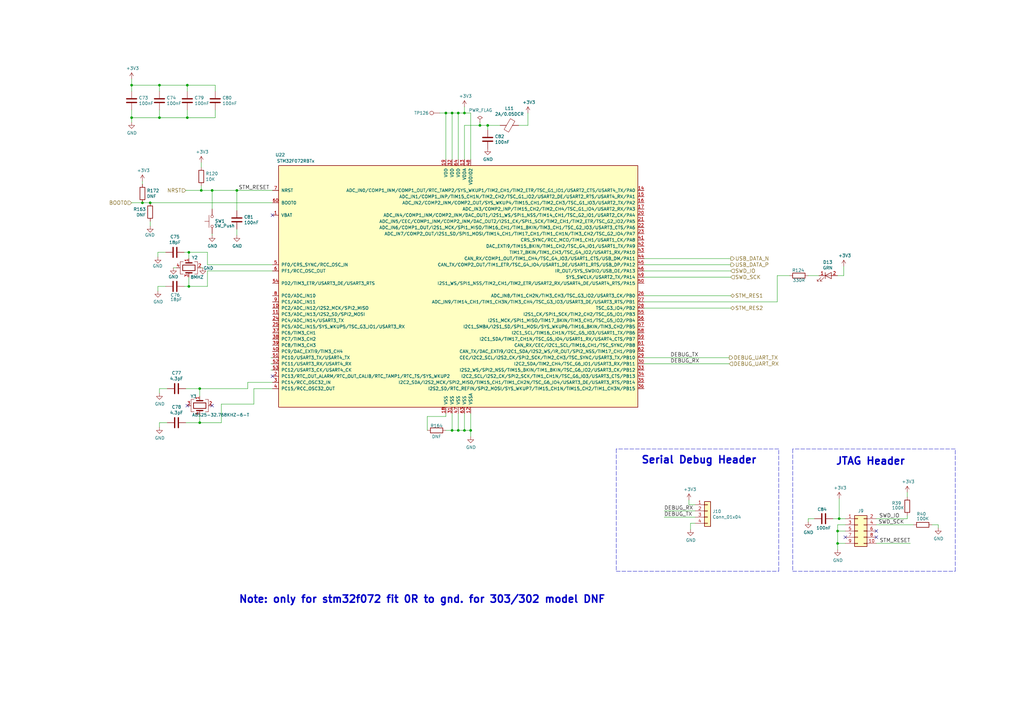
<source format=kicad_sch>
(kicad_sch (version 20211123) (generator eeschema)
  (paper "A3")
  (title_block (title "HILTOP Board Template Design") (date "2022-11-03") (company "Devtank Ltd"))
  (lib_symbols
    (symbol "Sensi_Board-rescue:C-device" (pin_numbers hide) (pin_names (offset 0.254))
      (property "Reference" "C" (at 0.635 2.54 0))
      (property "Value" "C-device" (at 0.635 -2.54 0))
      (symbol "C-device_0_1"
        (polyline (pts (xy -2.032 -0.762) (xy 2.032 -0.762)) (stroke (width 0.508)))
        (polyline (pts (xy -2.032 0.762) (xy 2.032 0.762)) (stroke (width 0.508)))
      )
      (symbol "C-device_1_1"
        (pin passive line (at 0 3.81 270) (length 2.794) (name "~") (number "1"))
        (pin passive line (at 0 -3.81 90) (length 2.794) (name "~") (number "2"))
      )
    )
    (symbol "Sensi_Board-rescue:Conn_01x04-Connector" (pin_names (offset 1.016) hide)
      (property "Reference" "J" (at 0 5.08 0))
      (property "Value" "Conn_01x04-Connector" (at 0 -7.62 0))
      (symbol "Conn_01x04-Connector_1_1"
        (rectangle (start -1.27 -4.953) (end 0 -5.207) (stroke (width 0.1524)))
        (rectangle (start -1.27 -2.413) (end 0 -2.667) (stroke (width 0.1524)))
        (rectangle (start -1.27 0.127) (end 0 -0.127) (stroke (width 0.1524)))
        (rectangle (start -1.27 2.667) (end 0 2.413) (stroke (width 0.1524)))
        (rectangle (start -1.27 3.81) (end 1.27 -6.35) (stroke (width 0.254)) (fill (type background)))
        (pin passive line (at -5.08 2.54 0) (length 3.81) (name "Pin_1") (number "1"))
        (pin passive line (at -5.08 0 0) (length 3.81) (name "Pin_2") (number "2"))
        (pin passive line (at -5.08 -2.54 0) (length 3.81) (name "Pin_3") (number "3"))
        (pin passive line (at -5.08 -5.08 0) (length 3.81) (name "Pin_4") (number "4"))
      )
    )
    (symbol "Sensi_Board-rescue:Conn_02x05_Odd_Even-Connector" (pin_names (offset 1.016) hide)
      (property "Reference" "J" (at 1.27 7.62 0))
      (property "Value" "Conn_02x05_Odd_Even-Connector" (at 1.27 -7.62 0))
      (symbol "Conn_02x05_Odd_Even-Connector_1_1"
        (rectangle (start -1.27 -4.953) (end 0 -5.207) (stroke (width 0.1524)))
        (rectangle (start -1.27 -2.413) (end 0 -2.667) (stroke (width 0.1524)))
        (rectangle (start -1.27 0.127) (end 0 -0.127) (stroke (width 0.1524)))
        (rectangle (start -1.27 2.667) (end 0 2.413) (stroke (width 0.1524)))
        (rectangle (start -1.27 5.207) (end 0 4.953) (stroke (width 0.1524)))
        (rectangle (start -1.27 6.35) (end 3.81 -6.35) (stroke (width 0.254)) (fill (type background)))
        (rectangle (start 3.81 -4.953) (end 2.54 -5.207) (stroke (width 0.1524)))
        (rectangle (start 3.81 -2.413) (end 2.54 -2.667) (stroke (width 0.1524)))
        (rectangle (start 3.81 0.127) (end 2.54 -0.127) (stroke (width 0.1524)))
        (rectangle (start 3.81 2.667) (end 2.54 2.413) (stroke (width 0.1524)))
        (rectangle (start 3.81 5.207) (end 2.54 4.953) (stroke (width 0.1524)))
        (pin passive line (at -5.08 5.08 0) (length 3.81) (name "Pin_1") (number "1"))
        (pin passive line (at 7.62 -5.08 180) (length 3.81) (name "Pin_10") (number "10"))
        (pin passive line (at 7.62 5.08 180) (length 3.81) (name "Pin_2") (number "2"))
        (pin passive line (at -5.08 2.54 0) (length 3.81) (name "Pin_3") (number "3"))
        (pin passive line (at 7.62 2.54 180) (length 3.81) (name "Pin_4") (number "4"))
        (pin passive line (at -5.08 0 0) (length 3.81) (name "Pin_5") (number "5"))
        (pin passive line (at 7.62 0 180) (length 3.81) (name "Pin_6") (number "6"))
        (pin passive line (at -5.08 -2.54 0) (length 3.81) (name "Pin_7") (number "7"))
        (pin passive line (at 7.62 -2.54 180) (length 3.81) (name "Pin_8") (number "8"))
        (pin passive line (at -5.08 -5.08 0) (length 3.81) (name "Pin_9") (number "9"))
      )
    )
    (symbol "Sensi_Board-rescue:Crystal_GND23-device" (pin_names (offset 1.016) hide)
      (property "Reference" "Y" (at 3.175 5.08 0))
      (property "Value" "Crystal_GND23-device" (at 3.175 3.175 0))
      (symbol "Crystal_GND23-device_0_1"
        (rectangle (start -1.143 2.54) (end 1.143 -2.54) (stroke (width 0.3048)))
        (polyline (pts (xy -2.54 0) (xy -2.032 0)))
        (polyline (pts (xy -2.032 -1.27) (xy -2.032 1.27)) (stroke (width 0.508)))
        (polyline (pts (xy 0 -3.81) (xy 0 -3.556)))
        (polyline (pts (xy 0 3.556) (xy 0 3.81)))
        (polyline (pts (xy 2.032 -1.27) (xy 2.032 1.27)) (stroke (width 0.508)))
        (polyline (pts (xy 2.032 0) (xy 2.54 0)))
        (polyline (pts (xy -2.54 -2.286) (xy -2.54 -3.556) (xy 2.54 -3.556) (xy 2.54 -2.286)))
        (polyline (pts (xy -2.54 2.286) (xy -2.54 3.556) (xy 2.54 3.556) (xy 2.54 2.286)))
      )
      (symbol "Crystal_GND23-device_1_1"
        (pin passive line (at -3.81 0 0) (length 1.27) (name "1") (number "1"))
        (pin passive line (at 0 5.08 270) (length 1.27) (name "2") (number "2"))
        (pin passive line (at 0 -5.08 90) (length 1.27) (name "3") (number "3"))
        (pin passive line (at 3.81 0 180) (length 1.27) (name "4") (number "4"))
      )
    )
    (symbol "Sensi_Board-rescue:Crystal_GND24-device" (pin_names (offset 1.016) hide)
      (property "Reference" "Y" (at 3.175 5.08 0))
      (property "Value" "Crystal_GND24-device" (at 3.175 3.175 0))
      (symbol "Crystal_GND24-device_0_1"
        (rectangle (start -1.143 2.54) (end 1.143 -2.54) (stroke (width 0.3048)))
        (polyline (pts (xy -2.54 0) (xy -2.032 0)))
        (polyline (pts (xy -2.032 -1.27) (xy -2.032 1.27)) (stroke (width 0.508)))
        (polyline (pts (xy 0 -3.81) (xy 0 -3.556)))
        (polyline (pts (xy 0 3.556) (xy 0 3.81)))
        (polyline (pts (xy 2.032 -1.27) (xy 2.032 1.27)) (stroke (width 0.508)))
        (polyline (pts (xy 2.032 0) (xy 2.54 0)))
        (polyline (pts (xy -2.54 -2.286) (xy -2.54 -3.556) (xy 2.54 -3.556) (xy 2.54 -2.286)))
        (polyline (pts (xy -2.54 2.286) (xy -2.54 3.556) (xy 2.54 3.556) (xy 2.54 2.286)))
      )
      (symbol "Crystal_GND24-device_1_1"
        (pin passive line (at -3.81 0 0) (length 1.27) (name "1") (number "1"))
        (pin passive line (at 0 5.08 270) (length 1.27) (name "2") (number "2"))
        (pin passive line (at 3.81 0 180) (length 1.27) (name "3") (number "3"))
        (pin passive line (at 0 -5.08 90) (length 1.27) (name "4") (number "4"))
      )
    )
    (symbol "Sensi_Board-rescue:Ferrite_Bead-device" (pin_numbers hide) (pin_names (offset 0))
      (property "Reference" "L" (at -3.81 0.635 90))
      (property "Value" "Ferrite_Bead-device" (at 3.81 0 90))
      (symbol "Ferrite_Bead-device_0_1"
        (polyline (pts (xy 0 -1.27) (xy 0 -1.2192)))
        (polyline (pts (xy 0 1.27) (xy 0 1.2954)))
        (polyline (pts (xy -2.7686 0.4064) (xy -1.7018 2.2606) (xy 2.7686 -0.3048) (xy 1.6764 -2.159) (xy -2.7686 0.4064)))
      )
      (symbol "Ferrite_Bead-device_1_1"
        (pin passive line (at 0 3.81 270) (length 2.54) (name "~") (number "1"))
        (pin passive line (at 0 -3.81 90) (length 2.54) (name "~") (number "2"))
      )
    )
    (symbol "Sensi_Board-rescue:LED-device" (pin_names (offset 1.016) hide)
      (property "Reference" "D" (at 0 2.54 0))
      (property "Value" "LED-device" (at 0 -2.54 0))
      (symbol "LED-device_0_1"
        (polyline (pts (xy -1.27 -1.27) (xy -1.27 1.27)) (stroke (width 0.2032)))
        (polyline (pts (xy -1.27 0) (xy 1.27 0)))
        (polyline (pts (xy 1.27 -1.27) (xy 1.27 1.27) (xy -1.27 0) (xy 1.27 -1.27)) (stroke (width 0.2032)))
        (polyline (pts (xy -3.048 -0.762) (xy -4.572 -2.286) (xy -3.81 -2.286) (xy -4.572 -2.286) (xy -4.572 -1.524)))
        (polyline (pts (xy -1.778 -0.762) (xy -3.302 -2.286) (xy -2.54 -2.286) (xy -3.302 -2.286) (xy -3.302 -1.524)))
      )
      (symbol "LED-device_1_1"
        (pin passive line (at -3.81 0 0) (length 2.54) (name "K") (number "1"))
        (pin passive line (at 3.81 0 180) (length 2.54) (name "A") (number "2"))
      )
    )
    (symbol "Sensi_Board-rescue:R-device" (pin_numbers hide) (pin_names (offset 0))
      (property "Reference" "R" (at 2.032 0 90))
      (property "Value" "R-device" (at 0 0 90))
      (symbol "R-device_0_1"
        (rectangle (start -1.016 -2.54) (end 1.016 2.54) (stroke (width 0.254)))
      )
      (symbol "R-device_1_1"
        (pin passive line (at 0 3.81 270) (length 1.27) (name "~") (number "1"))
        (pin passive line (at 0 -3.81 90) (length 1.27) (name "~") (number "2"))
      )
    )
    (symbol "Sensi_Board-rescue:STM32F072RBTx-MCU_ST_STM32" (pin_names (offset 1.016))
      (property "Reference" "U" (at -73.66 51.435 0))
      (property "Value" "STM32F072RBTx-MCU_ST_STM32" (at 73.66 51.435 0))
      (symbol "STM32F072RBTx-MCU_ST_STM32_0_1"
        (rectangle (start -73.66 -48.26) (end 73.66 50.8) (stroke (width 0.254)) (fill (type background)))
      )
      (symbol "STM32F072RBTx-MCU_ST_STM32_1_1"
        (pin power_in line (at -76.2 30.48 0) (length 2.54) (name "VBAT") (number "1"))
        (pin bidirectional line (at -76.2 -7.62 0) (length 2.54) (name "PC2/ADC_IN12/I2S2_MCK/SPI2_MISO") (number "10"))
        (pin bidirectional line (at -76.2 -10.16 0) (length 2.54) (name "PC3/ADC_IN13/I2S2_SD/SPI2_MOSI") (number "11"))
        (pin power_in line (at 5.08 -50.8 90) (length 2.54) (name "VSSA") (number "12"))
        (pin power_in line (at 2.54 53.34 270) (length 2.54) (name "VDDA") (number "13"))
        (pin bidirectional line (at 76.2 40.64 180) (length 2.54) (name "ADC_IN0/COMP1_INM/COMP1_OUT/RTC_TAMP2/SYS_WKUP1/TIM2_CH1/TIM2_ETR/TSC_G1_IO1/USART2_CTS/USART4_TX/PA0") (number "14"))
        (pin bidirectional line (at 76.2 38.1 180) (length 2.54) (name "ADC_IN1/COMP1_INP/TIM15_CH1N/TIM2_CH2/TSC_G1_IO2/USART2_DE/USART2_RTS/USART4_RX/PA1") (number "15"))
        (pin bidirectional line (at 76.2 35.56 180) (length 2.54) (name "ADC_IN2/COMP2_INM/COMP2_OUT/SYS_WKUP4/TIM15_CH1/TIM2_CH3/TSC_G1_IO3/USART2_TX/PA2") (number "16"))
        (pin bidirectional line (at 76.2 33.02 180) (length 2.54) (name "ADC_IN3/COMP2_INP/TIM15_CH2/TIM2_CH4/TSC_G1_IO4/USART2_RX/PA3") (number "17"))
        (pin power_in line (at -5.08 -50.8 90) (length 2.54) (name "VSS") (number "18"))
        (pin power_in line (at -5.08 53.34 270) (length 2.54) (name "VDD") (number "19"))
        (pin bidirectional line (at -76.2 -35.56 0) (length 2.54) (name "PC13/RTC_OUT_ALARM/RTC_OUT_CALIB/RTC_TAMP1/RTC_TS/SYS_WKUP2") (number "2"))
        (pin bidirectional line (at 76.2 30.48 180) (length 2.54) (name "ADC_IN4/COMP1_INM/COMP2_INM/DAC_OUT1/I2S1_WS/SPI1_NSS/TIM14_CH1/TSC_G2_IO1/USART2_CK/PA4") (number "20"))
        (pin bidirectional line (at 76.2 27.94 180) (length 2.54) (name "ADC_IN5/CEC/COMP1_INM/COMP2_INM/DAC_OUT2/I2S1_CK/SPI1_SCK/TIM2_CH1/TIM2_ETR/TSC_G2_IO2/PA5") (number "21"))
        (pin bidirectional line (at 76.2 25.4 180) (length 2.54) (name "ADC_IN6/COMP1_OUT/I2S1_MCK/SPI1_MISO/TIM16_CH1/TIM1_BKIN/TIM3_CH1/TSC_G2_IO3/USART3_CTS/PA6") (number "22"))
        (pin bidirectional line (at 76.2 22.86 180) (length 2.54) (name "ADC_IN7/COMP2_OUT/I2S1_SD/SPI1_MOSI/TIM14_CH1/TIM17_CH1/TIM1_CH1N/TIM3_CH2/TSC_G2_IO4/PA7") (number "23"))
        (pin bidirectional line (at -76.2 -12.7 0) (length 2.54) (name "PC4/ADC_IN14/USART3_TX") (number "24"))
        (pin bidirectional line (at -76.2 -15.24 0) (length 2.54) (name "PC5/ADC_IN15/SYS_WKUP5/TSC_G3_IO1/USART3_RX") (number "25"))
        (pin bidirectional line (at 76.2 -2.54 180) (length 2.54) (name "ADC_IN8/TIM1_CH2N/TIM3_CH3/TSC_G3_IO2/USART3_CK/PB0") (number "26"))
        (pin bidirectional line (at 76.2 -5.08 180) (length 2.54) (name "ADC_IN9/TIM14_CH1/TIM1_CH3N/TIM3_CH4/TSC_G3_IO3/USART3_DE/USART3_RTS/PB1") (number "27"))
        (pin bidirectional line (at 76.2 -7.62 180) (length 2.54) (name "TSC_G3_IO4/PB2") (number "28"))
        (pin bidirectional line (at 76.2 -27.94 180) (length 2.54) (name "CEC/I2C2_SCL/I2S2_CK/SPI2_SCK/TIM2_CH3/TSC_SYNC/USART3_TX/PB10") (number "29"))
        (pin bidirectional line (at -76.2 -38.1 0) (length 2.54) (name "PC14/RCC_OSC32_IN") (number "3"))
        (pin bidirectional line (at 76.2 -30.48 180) (length 2.54) (name "I2C2_SDA/TIM2_CH4/TSC_G6_IO1/USART3_RX/PB11") (number "30"))
        (pin power_in line (at -2.54 -50.8 90) (length 2.54) (name "VSS") (number "31"))
        (pin power_in line (at -2.54 53.34 270) (length 2.54) (name "VDD") (number "32"))
        (pin bidirectional line (at 76.2 -33.02 180) (length 2.54) (name "I2S2_WS/SPI2_NSS/TIM15_BKIN/TIM1_BKIN/TSC_G6_IO2/USART3_CK/PB12") (number "33"))
        (pin bidirectional line (at 76.2 -35.56 180) (length 2.54) (name "I2C2_SCL/I2S2_CK/SPI2_SCK/TIM1_CH1N/TSC_G6_IO3/USART3_CTS/PB13") (number "34"))
        (pin bidirectional line (at 76.2 -38.1 180) (length 2.54) (name "I2C2_SDA/I2S2_MCK/SPI2_MISO/TIM15_CH1/TIM1_CH2N/TSC_G6_IO4/USART3_DE/USART3_RTS/PB14") (number "35"))
        (pin bidirectional line (at 76.2 -40.64 180) (length 2.54) (name "I2S2_SD/RTC_REFIN/SPI2_MOSI/SYS_WKUP7/TIM15_CH1N/TIM15_CH2/TIM1_CH3N/PB15") (number "36"))
        (pin bidirectional line (at -76.2 -17.78 0) (length 2.54) (name "PC6/TIM3_CH1") (number "37"))
        (pin bidirectional line (at -76.2 -20.32 0) (length 2.54) (name "PC7/TIM3_CH2") (number "38"))
        (pin bidirectional line (at -76.2 -22.86 0) (length 2.54) (name "PC8/TIM3_CH3") (number "39"))
        (pin bidirectional line (at -76.2 -40.64 0) (length 2.54) (name "PC15/RCC_OSC32_OUT") (number "4"))
        (pin bidirectional line (at -76.2 -25.4 0) (length 2.54) (name "PC9/DAC_EXTI9/TIM3_CH4") (number "40"))
        (pin bidirectional line (at 76.2 20.32 180) (length 2.54) (name "CRS_SYNC/RCC_MCO/TIM1_CH1/USART1_CK/PA8") (number "41"))
        (pin bidirectional line (at 76.2 17.78 180) (length 2.54) (name "DAC_EXTI9/TIM15_BKIN/TIM1_CH2/TSC_G4_IO1/USART1_TX/PA9") (number "42"))
        (pin bidirectional line (at 76.2 15.24 180) (length 2.54) (name "TIM17_BKIN/TIM1_CH3/TSC_G4_IO2/USART1_RX/PA10") (number "43"))
        (pin bidirectional line (at 76.2 12.7 180) (length 2.54) (name "CAN_RX/COMP1_OUT/TIM1_CH4/TSC_G4_IO3/USART1_CTS/USB_DM/PA11") (number "44"))
        (pin bidirectional line (at 76.2 10.16 180) (length 2.54) (name "CAN_TX/COMP2_OUT/TIM1_ETR/TSC_G4_IO4/USART1_DE/USART1_RTS/USB_DP/PA12") (number "45"))
        (pin bidirectional line (at 76.2 7.62 180) (length 2.54) (name "IR_OUT/SYS_SWDIO/USB_OE/PA13") (number "46"))
        (pin power_in line (at 0 -50.8 90) (length 2.54) (name "VSS") (number "47"))
        (pin power_in line (at 5.08 53.34 270) (length 2.54) (name "VDDIO2") (number "48"))
        (pin bidirectional line (at 76.2 5.08 180) (length 2.54) (name "SYS_SWCLK/USART2_TX/PA14") (number "49"))
        (pin input line (at -76.2 10.16 0) (length 2.54) (name "PF0/CRS_SYNC/RCC_OSC_IN") (number "5"))
        (pin bidirectional line (at 76.2 2.54 180) (length 2.54) (name "I2S1_WS/SPI1_NSS/TIM2_CH1/TIM2_ETR/USART2_RX/USART4_DE/USART4_RTS/PA15") (number "50"))
        (pin bidirectional line (at -76.2 -27.94 0) (length 2.54) (name "PC10/USART3_TX/USART4_TX") (number "51"))
        (pin bidirectional line (at -76.2 -30.48 0) (length 2.54) (name "PC11/USART3_RX/USART4_RX") (number "52"))
        (pin bidirectional line (at -76.2 -33.02 0) (length 2.54) (name "PC12/USART3_CK/USART4_CK") (number "53"))
        (pin bidirectional line (at -76.2 2.54 0) (length 2.54) (name "PD2/TIM3_ETR/USART3_DE/USART3_RTS") (number "54"))
        (pin bidirectional line (at 76.2 -10.16 180) (length 2.54) (name "I2S1_CK/SPI1_SCK/TIM2_CH2/TSC_G5_IO1/PB3") (number "55"))
        (pin bidirectional line (at 76.2 -12.7 180) (length 2.54) (name "I2S1_MCK/SPI1_MISO/TIM17_BKIN/TIM3_CH1/TSC_G5_IO2/PB4") (number "56"))
        (pin bidirectional line (at 76.2 -15.24 180) (length 2.54) (name "I2C1_SMBA/I2S1_SD/SPI1_MOSI/SYS_WKUP6/TIM16_BKIN/TIM3_CH2/PB5") (number "57"))
        (pin bidirectional line (at 76.2 -17.78 180) (length 2.54) (name "I2C1_SCL/TIM16_CH1N/TSC_G5_IO3/USART1_TX/PB6") (number "58"))
        (pin bidirectional line (at 76.2 -20.32 180) (length 2.54) (name "I2C1_SDA/TIM17_CH1N/TSC_G5_IO4/USART1_RX/USART4_CTS/PB7") (number "59"))
        (pin input line (at -76.2 7.62 0) (length 2.54) (name "PF1/RCC_OSC_OUT") (number "6"))
        (pin input line (at -76.2 35.56 0) (length 2.54) (name "BOOT0") (number "60"))
        (pin bidirectional line (at 76.2 -22.86 180) (length 2.54) (name "CAN_RX/CEC/I2C1_SCL/TIM16_CH1/TSC_SYNC/PB8") (number "61"))
        (pin bidirectional line (at 76.2 -25.4 180) (length 2.54) (name "CAN_TX/DAC_EXTI9/I2C1_SDA/I2S2_WS/IR_OUT/SPI2_NSS/TIM17_CH1/PB9") (number "62"))
        (pin power_in line (at 2.54 -50.8 90) (length 2.54) (name "VSS") (number "63"))
        (pin power_in line (at 0 53.34 270) (length 2.54) (name "VDD") (number "64"))
        (pin input line (at -76.2 40.64 0) (length 2.54) (name "NRST") (number "7"))
        (pin bidirectional line (at -76.2 -2.54 0) (length 2.54) (name "PC0/ADC_IN10") (number "8"))
        (pin bidirectional line (at -76.2 -5.08 0) (length 2.54) (name "PC1/ADC_IN11") (number "9"))
      )
    )
    (symbol "Sensi_Board-rescue:Test_Point-Connector" (pin_numbers hide) (pin_names (offset 0.762) hide)
      (property "Reference" "TP" (at 0 6.858 0))
      (property "Value" "Test_Point-Connector" (at 0 5.08 0))
      (symbol "Test_Point-Connector_0_1"
        (circle (center 0 3.302) (radius 0.762))
      )
      (symbol "Test_Point-Connector_1_1"
        (pin passive line (at 0 0 90) (length 2.54) (name "1") (number "1"))
      )
    )
    (symbol "Switch:SW_Push" (pin_numbers hide) (pin_names (offset 1.016) hide)
      (property "Reference" "SW" (at 1.27 2.54 0))
      (property "Value" "SW_Push" (at 0 -1.524 0))
      (symbol "SW_Push_0_1"
        (circle (center -2.032 0) (radius 0.508))
        (polyline (pts (xy 0 1.27) (xy 0 3.048)))
        (polyline (pts (xy 2.54 1.27) (xy -2.54 1.27)))
        (circle (center 2.032 0) (radius 0.508))
        (pin passive line (at -5.08 0 0) (length 2.54) (name "1") (number "1"))
        (pin passive line (at 5.08 0 180) (length 2.54) (name "2") (number "2"))
      )
    )
    (symbol "power:+3V3" (power) (pin_names (offset 0))
      (property "Value" "+3V3" (at 0 3.556 0))
      (symbol "+3V3_0_1"
        (polyline (pts (xy -0.762 1.27) (xy 0 2.54)))
        (polyline (pts (xy 0 0) (xy 0 2.54)))
        (polyline (pts (xy 0 2.54) (xy 0.762 1.27)))
      )
      (symbol "+3V3_1_1"
        (pin power_in line (at 0 0 90) (length 0) hide (name "+3V3") (number "1"))
      )
    )
    (symbol "power:GND" (power) (pin_names (offset 0))
      (property "Value" "GND" (at 0 -3.81 0))
      (symbol "GND_0_1"
        (polyline (pts (xy 0 0) (xy 0 -1.27) (xy 1.27 -1.27) (xy 0 -2.54) (xy -1.27 -1.27) (xy 0 -1.27)))
      )
      (symbol "GND_1_1"
        (pin power_in line (at 0 0 270) (length 0) hide (name "GND") (number "1"))
      )
    )
    (symbol "power:PWR_FLAG" (power) (pin_numbers hide) (pin_names (offset 0) hide)
      (property "Value" "PWR_FLAG" (at 0 3.81 0))
      (symbol "PWR_FLAG_0_0"
        (pin power_out line (at 0 0 90) (length 0) (name "pwr") (number "1"))
      )
      (symbol "PWR_FLAG_0_1"
        (polyline (pts (xy 0 0) (xy 0 1.27) (xy -1.016 1.905) (xy 0 2.54) (xy 1.016 1.905) (xy 0 1.27)))
      )
    )
  )
  (junction (at 58.42 83.185))
  (junction (at 65.405 34.925))
  (junction (at 97.155 78.105))
  (junction (at 196.85 51.435))
  (junction (at 81.915 159.385))
  (junction (at 77.47 117.475))
  (junction (at 65.405 48.26))
  (junction (at 53.975 34.925))
  (junction (at 76.835 48.26))
  (junction (at 77.47 103.505))
  (junction (at 200.025 51.435))
  (junction (at 81.915 173.355))
  (junction (at 190.5 176.53))
  (junction (at 187.96 46.355))
  (junction (at 82.55 78.105))
  (junction (at 53.975 48.26))
  (junction (at 190.5 46.355))
  (junction (at 185.42 176.53))
  (junction (at 182.88 46.355))
  (junction (at 76.835 34.925))
  (junction (at 343.535 222.885))
  (junction (at 343.535 217.805))
  (junction (at 187.96 176.53))
  (junction (at 61.595 83.185))
  (junction (at 86.995 78.105))
  (junction (at 193.04 176.53))
  (junction (at 344.17 212.725))
  (junction (at 185.42 46.355))
  (no_connect (at 346.71 220.345))
  (no_connect (at 111.76 154.305))
  (no_connect (at 86.995 166.37))
  (no_connect (at 76.835 166.37))
  (no_connect (at 359.41 217.805))
  (no_connect (at 111.76 88.265))
  (no_connect (at 359.41 220.345))
  (wire (pts (xy 81.915 159.385) (xy 101.6 159.385)))
  (wire (pts (xy 97.155 86.36) (xy 97.155 78.105)))
  (wire (pts (xy 193.04 65.405) (xy 193.04 46.355)))
  (polyline (pts (xy 391.795 234.315) (xy 391.795 184.15)))
  (wire (pts (xy 384.81 215.265) (xy 384.81 216.535)))
  (wire (pts (xy 64.77 103.505) (xy 67.945 103.505)))
  (wire (pts (xy 264.16 121.285) (xy 299.72 121.285)))
  (wire (pts (xy 77.47 117.475) (xy 85.09 117.475)))
  (wire (pts (xy 101.6 159.385) (xy 101.6 156.845)))
  (wire (pts (xy 111.76 108.585) (xy 85.09 108.585)))
  (wire (pts (xy 97.155 96.52) (xy 97.155 93.98)))
  (wire (pts (xy 193.04 176.53) (xy 193.04 169.545)))
  (wire (pts (xy 64.77 119.38) (xy 64.77 117.475)))
  (wire (pts (xy 185.42 176.53) (xy 187.96 176.53)))
  (wire (pts (xy 53.975 34.925) (xy 53.975 37.465)))
  (wire (pts (xy 344.17 212.725) (xy 344.17 204.47)))
  (wire (pts (xy 382.27 215.265) (xy 384.81 215.265)))
  (wire (pts (xy 76.2 78.105) (xy 82.55 78.105)))
  (wire (pts (xy 187.96 176.53) (xy 190.5 176.53)))
  (wire (pts (xy 196.85 51.435) (xy 200.025 51.435)))
  (wire (pts (xy 185.42 46.355) (xy 187.96 46.355)))
  (wire (pts (xy 53.975 48.26) (xy 65.405 48.26)))
  (wire (pts (xy 190.5 43.815) (xy 190.5 46.355)))
  (wire (pts (xy 282.575 207.01) (xy 282.575 205.105)))
  (wire (pts (xy 85.09 111.125) (xy 111.76 111.125)))
  (wire (pts (xy 111.125 151.765) (xy 111.76 151.765)))
  (wire (pts (xy 88.265 48.26) (xy 88.265 45.085)))
  (wire (pts (xy 272.415 209.55) (xy 285.115 209.55)))
  (wire (pts (xy 193.04 46.355) (xy 190.5 46.355)))
  (wire (pts (xy 81.915 173.355) (xy 90.805 173.355)))
  (wire (pts (xy 65.405 159.385) (xy 68.58 159.385)))
  (wire (pts (xy 82.55 66.675) (xy 82.55 68.58)))
  (wire (pts (xy 264.16 123.825) (xy 318.77 123.825)))
  (wire (pts (xy 82.55 76.2) (xy 82.55 78.105)))
  (wire (pts (xy 264.16 113.665) (xy 299.72 113.665)))
  (wire (pts (xy 264.16 111.125) (xy 299.72 111.125)))
  (wire (pts (xy 61.595 90.805) (xy 61.595 92.71)))
  (wire (pts (xy 182.88 170.815) (xy 175.26 170.815)))
  (wire (pts (xy 190.5 51.435) (xy 196.85 51.435)))
  (wire (pts (xy 65.405 175.26) (xy 65.405 173.355)))
  (wire (pts (xy 104.14 165.735) (xy 104.14 159.385)))
  (wire (pts (xy 200.025 53.34) (xy 200.025 51.435)))
  (wire (pts (xy 372.11 212.725) (xy 372.11 211.455)))
  (wire (pts (xy 65.405 45.085) (xy 65.405 48.26)))
  (wire (pts (xy 97.155 78.105) (xy 86.995 78.105)))
  (wire (pts (xy 104.14 159.385) (xy 111.76 159.385)))
  (wire (pts (xy 331.47 212.725) (xy 334.01 212.725)))
  (wire (pts (xy 65.405 161.29) (xy 65.405 159.385)))
  (wire (pts (xy 182.88 169.545) (xy 182.88 170.815)))
  (wire (pts (xy 346.71 222.885) (xy 343.535 222.885)))
  (wire (pts (xy 182.88 46.355) (xy 185.42 46.355)))
  (wire (pts (xy 86.995 85.725) (xy 86.995 78.105)))
  (wire (pts (xy 53.975 32.385) (xy 53.975 34.925)))
  (wire (pts (xy 75.565 103.505) (xy 77.47 103.505)))
  (wire (pts (xy 85.09 117.475) (xy 85.09 111.125)))
  (wire (pts (xy 346.075 113.03) (xy 343.535 113.03)))
  (wire (pts (xy 318.77 113.03) (xy 318.77 123.825)))
  (wire (pts (xy 283.21 217.17) (xy 283.21 214.63)))
  (wire (pts (xy 76.835 45.085) (xy 76.835 48.26)))
  (wire (pts (xy 272.415 212.09) (xy 285.115 212.09)))
  (wire (pts (xy 85.09 108.585) (xy 85.09 103.505)))
  (polyline (pts (xy 319.405 234.315) (xy 319.405 184.15)))
  (polyline (pts (xy 391.795 184.15) (xy 325.12 184.15)))
  (wire (pts (xy 344.17 212.725) (xy 346.71 212.725)))
  (wire (pts (xy 65.405 48.26) (xy 76.835 48.26)))
  (wire (pts (xy 318.77 113.03) (xy 323.85 113.03)))
  (wire (pts (xy 111.125 149.225) (xy 111.76 149.225)))
  (wire (pts (xy 61.595 83.185) (xy 111.76 83.185)))
  (wire (pts (xy 58.42 75.565) (xy 58.42 74.295)))
  (wire (pts (xy 64.77 105.41) (xy 64.77 103.505)))
  (wire (pts (xy 346.71 215.265) (xy 343.535 215.265)))
  (wire (pts (xy 88.265 37.465) (xy 88.265 34.925)))
  (wire (pts (xy 264.16 106.045) (xy 299.72 106.045)))
  (polyline (pts (xy 252.73 184.15) (xy 252.73 234.315)))
  (wire (pts (xy 85.09 103.505) (xy 77.47 103.505)))
  (wire (pts (xy 187.96 65.405) (xy 187.96 46.355)))
  (wire (pts (xy 76.835 48.26) (xy 88.265 48.26)))
  (wire (pts (xy 343.535 217.805) (xy 343.535 222.885)))
  (wire (pts (xy 58.42 83.185) (xy 61.595 83.185)))
  (wire (pts (xy 76.835 37.465) (xy 76.835 34.925)))
  (wire (pts (xy 77.47 103.505) (xy 77.47 106.045)))
  (wire (pts (xy 64.77 117.475) (xy 67.945 117.475)))
  (polyline (pts (xy 325.12 234.315) (xy 391.795 234.315)))
  (wire (pts (xy 359.41 215.265) (xy 374.65 215.265)))
  (wire (pts (xy 200.025 51.435) (xy 205.105 51.435)))
  (wire (pts (xy 65.405 173.355) (xy 68.58 173.355)))
  (wire (pts (xy 346.71 217.805) (xy 343.535 217.805)))
  (polyline (pts (xy 252.73 234.315) (xy 319.405 234.315)))
  (wire (pts (xy 285.115 207.01) (xy 282.575 207.01)))
  (polyline (pts (xy 325.12 184.15) (xy 325.12 234.315)))
  (wire (pts (xy 76.2 159.385) (xy 81.915 159.385)))
  (wire (pts (xy 76.2 173.355) (xy 81.915 173.355)))
  (wire (pts (xy 81.915 170.18) (xy 81.915 173.355)))
  (wire (pts (xy 53.975 50.165) (xy 53.975 48.26)))
  (wire (pts (xy 75.565 117.475) (xy 77.47 117.475)))
  (wire (pts (xy 53.975 83.185) (xy 58.42 83.185)))
  (wire (pts (xy 331.47 213.995) (xy 331.47 212.725)))
  (wire (pts (xy 193.04 176.53) (xy 193.04 179.07)))
  (wire (pts (xy 190.5 176.53) (xy 190.5 169.545)))
  (wire (pts (xy 81.915 159.385) (xy 81.915 162.56)))
  (wire (pts (xy 90.805 173.355) (xy 90.805 165.735)))
  (wire (pts (xy 187.96 46.355) (xy 190.5 46.355)))
  (wire (pts (xy 216.535 51.435) (xy 212.725 51.435)))
  (wire (pts (xy 180.34 46.355) (xy 182.88 46.355)))
  (wire (pts (xy 76.835 34.925) (xy 65.405 34.925)))
  (wire (pts (xy 196.85 50.165) (xy 196.85 51.435)))
  (wire (pts (xy 187.96 176.53) (xy 187.96 169.545)))
  (wire (pts (xy 190.5 176.53) (xy 193.04 176.53)))
  (wire (pts (xy 341.63 212.725) (xy 344.17 212.725)))
  (wire (pts (xy 71.12 109.855) (xy 72.39 109.855)))
  (wire (pts (xy 86.995 78.105) (xy 82.55 78.105)))
  (wire (pts (xy 216.535 46.355) (xy 216.535 51.435)))
  (wire (pts (xy 90.805 165.735) (xy 104.14 165.735)))
  (wire (pts (xy 101.6 156.845) (xy 111.76 156.845)))
  (wire (pts (xy 111.125 146.685) (xy 111.76 146.685)))
  (wire (pts (xy 372.11 203.835) (xy 372.11 201.93)))
  (wire (pts (xy 185.42 65.405) (xy 185.42 46.355)))
  (wire (pts (xy 359.41 212.725) (xy 372.11 212.725)))
  (wire (pts (xy 86.995 96.52) (xy 86.995 95.885)))
  (wire (pts (xy 335.915 113.03) (xy 331.47 113.03)))
  (wire (pts (xy 182.88 176.53) (xy 185.42 176.53)))
  (wire (pts (xy 182.88 65.405) (xy 182.88 46.355)))
  (wire (pts (xy 53.975 48.26) (xy 53.975 45.085)))
  (wire (pts (xy 343.535 215.265) (xy 343.535 217.805)))
  (wire (pts (xy 359.41 222.885) (xy 373.38 222.885)))
  (wire (pts (xy 82.55 109.855) (xy 83.185 109.855)))
  (wire (pts (xy 88.265 34.925) (xy 76.835 34.925)))
  (wire (pts (xy 175.26 170.815) (xy 175.26 176.53)))
  (wire (pts (xy 111.76 78.105) (xy 97.155 78.105)))
  (wire (pts (xy 264.16 126.365) (xy 299.72 126.365)))
  (wire (pts (xy 264.16 146.685) (xy 299.085 146.685)))
  (wire (pts (xy 346.075 109.22) (xy 346.075 113.03)))
  (wire (pts (xy 65.405 34.925) (xy 53.975 34.925)))
  (wire (pts (xy 185.42 176.53) (xy 185.42 169.545)))
  (wire (pts (xy 190.5 51.435) (xy 190.5 65.405)))
  (wire (pts (xy 283.21 214.63) (xy 285.115 214.63)))
  (wire (pts (xy 65.405 37.465) (xy 65.405 34.925)))
  (wire (pts (xy 264.16 149.225) (xy 299.085 149.225)))
  (wire (pts (xy 77.47 113.665) (xy 77.47 117.475)))
  (wire (pts (xy 343.535 222.885) (xy 343.535 225.425)))
  (wire (pts (xy 264.16 108.585) (xy 299.72 108.585)))
  (polyline (pts (xy 319.405 184.15) (xy 252.73 184.15)))
  (text "JTAG Header\n" (at 342.646 191.008 0) (effects (font (size 2.9972 2.9972) (thickness 0.5994) bold) (justify left bottom)))
  (text "Note: only for stm32f072 fit 0R to gnd. for 303/302 model DNF\n" (at 97.79 247.65 0) (effects (font (size 2.9972 2.9972) (thickness 0.5994) bold) (justify left bottom)))
  (text "Serial Debug Header\n" (at 262.89 190.5 0) (effects (font (size 2.9972 2.9972) (thickness 0.5994) bold) (justify left bottom)))
  (label "DEBUG_TX" (at 274.955 146.685 0) (effects (font (size 1.524 1.524))))
  (label "STM_RESET" (at 373.38 222.885 180) (effects (font (size 1.524 1.524))))
  (label "DEBUG_RX" (at 272.415 209.55 0) (effects (font (size 1.524 1.524))))
  (label "DEBUG_TX" (at 272.415 212.09 0) (effects (font (size 1.524 1.524))))
  (label "STM_RESET" (at 110.49 78.105 180) (effects (font (size 1.524 1.524))))
  (label "DEBUG_RX" (at 274.955 149.225 0) (effects (font (size 1.524 1.524))))
  (label "SWD_IO" (at 368.935 212.725 180) (effects (font (size 1.524 1.524))))
  (label "SWD_SCK" (at 370.84 215.265 180) (effects (font (size 1.524 1.524))))
  (hierarchical_label "USB_DATA_P" (shape output) (at 299.72 108.585 0) (effects (font (size 1.524 1.524))))
  (hierarchical_label "BOOT0" (shape input) (at 53.975 83.185 180) (effects (font (size 1.524 1.524))))
  (hierarchical_label "SWD_IO" (shape input) (at 299.72 111.125 0) (effects (font (size 1.524 1.524))))
  (hierarchical_label "USB_DATA_N" (shape output) (at 299.72 106.045 0) (effects (font (size 1.524 1.524))))
  (hierarchical_label "STM_RES1" (shape bidirectional) (at 299.72 121.285 0) (effects (font (size 1.524 1.524))))
  (hierarchical_label "DEBUG_UART_TX" (shape output) (at 299.085 146.685 0) (effects (font (size 1.524 1.524))))
  (hierarchical_label "DEBUG_UART_RX" (shape input) (at 299.085 149.225 0) (effects (font (size 1.524 1.524))))
  (hierarchical_label "SWD_SCK" (shape input) (at 299.72 113.665 0) (effects (font (size 1.524 1.524))))
  (hierarchical_label "STM_RES2" (shape bidirectional) (at 299.72 126.365 0) (effects (font (size 1.524 1.524))))
  (hierarchical_label "NRST" (shape input) (at 76.2 78.105 180) (effects (font (size 1.524 1.524))))
  (symbol (lib_id "Sensi_Board-rescue:R-device") (at 327.66 113.03 270) (unit 1)
    (property "Reference" "R124" (at 327.406 110.871 90))
    (property "Value" "330R" (at 327.66 114.935 90))
    (property "Footprint" "Resistor_SMD:R_0603_1608Metric" (effects hide))
    (property "Devtank" "101-024" (effects hide))
  )
  (symbol (lib_id "Sensi_Board-rescue:LED-device") (at 339.725 113.03 0) (unit 1)
    (property "Reference" "D13" (at 339.4964 107.5436 0))
    (property "Value" "GRN" (at 339.4964 109.855 0))
    (property "Footprint" "LED_SMD:LED_0603_1608Metric" (effects hide))
    (property "Devtank" "110-002" (effects hide))
  )
  (symbol (lib_id "power:+3V3") (at 346.075 109.22 0) (unit 1)
    (property "Reference" "#PWR0193" (effects hide))
    (property "Value" "+3V3" (at 346.456 104.8258 0))
  )
  (symbol (lib_id "power:PWR_FLAG") (at 196.85 50.165 0) (unit 1)
    (property "Reference" "#FLG0102" (effects hide))
    (property "Value" "PWR_FLAG" (at 197.104 45.212 0))
  )
  (symbol (lib_id "power:GND") (at 83.185 109.855 0) (unit 1)
    (property "Reference" "#PWR0162" (effects hide))
    (property "Value" "GND" (at 85.471 109.982 0))
  )
  (symbol (lib_id "power:GND") (at 71.12 109.855 0) (unit 1)
    (property "Reference" "#PWR0165" (effects hide))
    (property "Value" "GND" (at 71.12 113.538 0))
  )
  (symbol (lib_id "Sensi_Board-rescue:STM32F072RBTx-MCU_ST_STM32") (at 187.96 118.745 0) (unit 1)
    (property "Reference" "U22" (at 114.935 63.5 0))
    (property "Value" "STM32F072RBTx" (at 121.285 66.04 0))
    (property "Footprint" "Package_QFP:LQFP-64_10x10mm_P0.5mm" (effects hide))
    (property "Datasheet" "http://www.st.com/st-web-ui/static/active/en/resource/technical/document/datasheet/DM00090510.pdf" (effects hide))
    (property "Devtank" "126-001" (effects hide))
  )
  (symbol (lib_id "power:+3V3") (at 190.5 43.815 0) (unit 1)
    (property "Reference" "#PWR0190" (effects hide))
    (property "Value" "+3V3" (at 190.881 39.4208 0))
  )
  (symbol (lib_id "Sensi_Board-rescue:Ferrite_Bead-device") (at 208.915 51.435 270) (unit 1)
    (property "Reference" "L11" (at 208.915 44.4754 90))
    (property "Value" "2A/0.05DCR" (at 208.915 46.7868 90))
    (property "Footprint" "Inductor_SMD:L_0805_2012Metric" (effects hide))
    (property "Devtank" "113-002" (effects hide))
  )
  (symbol (lib_id "power:+3V3") (at 216.535 46.355 0) (unit 1)
    (property "Reference" "#PWR0192" (effects hide))
    (property "Value" "+3V3" (at 216.916 41.9608 0))
  )
  (symbol (lib_id "Sensi_Board-rescue:C-device") (at 200.025 57.15 0) (unit 1)
    (property "Reference" "C82" (at 202.946 55.9816 0) (effects (justify left)))
    (property "Value" "100nF" (at 202.946 58.293 0) (effects (justify left)))
    (property "Footprint" "Capacitor_SMD:C_0603_1608Metric" (effects hide))
    (property "Devtank" "105-002" (effects hide))
  )
  (symbol (lib_id "power:GND") (at 200.025 60.96 0) (unit 1)
    (property "Reference" "#PWR0191" (effects hide))
    (property "Value" "GND" (at 200.152 65.3542 0))
  )
  (symbol (lib_id "Sensi_Board-rescue:C-device") (at 53.975 41.275 0) (unit 1)
    (property "Reference" "C73" (at 56.896 40.1066 0) (effects (justify left)))
    (property "Value" "100nF" (at 56.896 42.418 0) (effects (justify left)))
    (property "Footprint" "Capacitor_SMD:C_0402_1005Metric" (effects hide))
    (property "Devtank" "105-019" (effects hide))
  )
  (symbol (lib_id "Sensi_Board-rescue:C-device") (at 65.405 41.275 0) (unit 1)
    (property "Reference" "C74" (at 68.326 40.1066 0) (effects (justify left)))
    (property "Value" "100nF" (at 68.326 42.418 0) (effects (justify left)))
    (property "Footprint" "Capacitor_SMD:C_0402_1005Metric" (effects hide))
    (property "Devtank" "105-019" (effects hide))
  )
  (symbol (lib_id "Sensi_Board-rescue:C-device") (at 76.835 41.275 0) (unit 1)
    (property "Reference" "C79" (at 79.756 40.1066 0) (effects (justify left)))
    (property "Value" "100nF" (at 79.756 42.418 0) (effects (justify left)))
    (property "Footprint" "Capacitor_SMD:C_0402_1005Metric" (effects hide))
    (property "Devtank" "105-019" (effects hide))
  )
  (symbol (lib_id "Sensi_Board-rescue:C-device") (at 88.265 41.275 0) (unit 1)
    (property "Reference" "C80" (at 91.186 40.1066 0) (effects (justify left)))
    (property "Value" "100nF" (at 91.186 42.418 0) (effects (justify left)))
    (property "Footprint" "Capacitor_SMD:C_0402_1005Metric" (effects hide))
    (property "Devtank" "105-019" (effects hide))
  )
  (symbol (lib_id "power:+3V3") (at 53.975 32.385 0) (unit 1)
    (property "Reference" "#PWR0179" (effects hide))
    (property "Value" "+3V3" (at 54.356 27.9908 0))
  )
  (symbol (lib_id "power:GND") (at 53.975 50.165 0) (unit 1)
    (property "Reference" "#PWR0180" (effects hide))
    (property "Value" "GND" (at 54.102 54.5592 0))
  )
  (symbol (lib_id "Sensi_Board-rescue:R-device") (at 82.55 72.39 0) (unit 1)
    (property "Reference" "R120" (at 84.328 71.2216 0) (effects (justify left)))
    (property "Value" "10K" (at 84.328 73.533 0) (effects (justify left)))
    (property "Footprint" "Resistor_SMD:R_0603_1608Metric" (effects hide))
    (property "Devtank" "101-010" (effects hide))
  )
  (symbol (lib_id "power:+3V3") (at 82.55 66.675 0) (unit 1)
    (property "Reference" "#PWR0186" (effects hide))
    (property "Value" "+3V3" (at 82.931 62.2808 0))
  )
  (symbol (lib_id "Sensi_Board-rescue:C-device") (at 97.155 90.17 0) (unit 1)
    (property "Reference" "C81" (at 100.076 89.0016 0) (effects (justify left)))
    (property "Value" "100nF" (at 100.076 91.313 0) (effects (justify left)))
    (property "Footprint" "Capacitor_SMD:C_0603_1608Metric" (effects hide))
    (property "Devtank" "105-002" (effects hide))
  )
  (symbol (lib_id "power:GND") (at 97.155 96.52 0) (unit 1)
    (property "Reference" "#PWR0188" (effects hide))
    (property "Value" "GND" (at 97.282 100.9142 0))
  )
  (symbol (lib_id "Switch:SW_Push") (at 86.995 90.805 90) (unit 1)
    (property "Reference" "SW1" (at 88.138 90.678 90) (effects (justify right)))
    (property "Value" "SW_Push" (at 87.884 92.583 90) (effects (justify right)))
    (property "Footprint" "Button_Switch_SMD:SW_SPST_B3U-1000P" (effects hide))
    (property "Devtank" "780-001" (effects hide))
  )
  (symbol (lib_id "Sensi_Board-rescue:Crystal_GND23-device") (at 81.915 166.37 270) (unit 1)
    (property "Reference" "Y3" (at 78.105 162.56 90) (effects (justify left)))
    (property "Value" "ABS25-32.768KHZ-6-T" (at 78.74 170.18 90) (effects (justify left)))
    (property "Footprint" "Crystal:Crystal_SMD_7050-4Pin_7.0x5.0mm" (effects hide))
    (property "Devtank" "181-008" (effects hide))
  )
  (symbol (lib_id "power:GND") (at 86.995 96.52 0) (unit 1)
    (property "Reference" "#PWR0187" (effects hide))
    (property "Value" "GND" (at 87.122 100.9142 0))
  )
  (symbol (lib_id "Sensi_Board-rescue:C-device") (at 72.39 159.385 270) (unit 1)
    (property "Reference" "C77" (at 72.39 152.9842 90))
    (property "Value" "4.3pF" (at 72.39 155.2956 90))
    (property "Footprint" "Capacitor_SMD:C_0603_1608Metric" (effects hide))
    (property "Devtank" "106-014" (effects hide))
  )
  (symbol (lib_id "power:GND") (at 65.405 161.29 0) (unit 1)
    (property "Reference" "#PWR0184" (effects hide))
    (property "Value" "GND" (at 65.532 165.6842 0))
  )
  (symbol (lib_id "Sensi_Board-rescue:C-device") (at 72.39 173.355 270) (unit 1)
    (property "Reference" "C78" (at 72.39 166.9542 90))
    (property "Value" "4.3pF" (at 72.39 169.2656 90))
    (property "Footprint" "Capacitor_SMD:C_0603_1608Metric" (effects hide))
    (property "Devtank" "106-014" (effects hide))
  )
  (symbol (lib_id "power:GND") (at 65.405 175.26 0) (unit 1)
    (property "Reference" "#PWR0185" (effects hide))
    (property "Value" "GND" (at 65.532 179.6542 0))
  )
  (symbol (lib_id "Sensi_Board-rescue:Crystal_GND24-device") (at 77.47 109.855 270) (unit 1)
    (property "Reference" "Y2" (at 78.613 105.664 90) (effects (justify left)))
    (property "Value" "8MHZ" (at 78.105 113.665 90) (effects (justify left)))
    (property "Footprint" "Crystal:Crystal_SMD_Abracon_ABM3C-4Pin_5.0x3.2mm" (effects hide))
    (property "Devtank" "181-009" (effects hide))
  )
  (symbol (lib_id "Sensi_Board-rescue:C-device") (at 71.755 103.505 270) (unit 1)
    (property "Reference" "C75" (at 71.755 97.1042 90))
    (property "Value" "18pF" (at 71.755 99.4156 90))
    (property "Footprint" "Capacitor_SMD:C_0603_1608Metric" (effects hide))
    (property "Devtank" "106-003" (effects hide))
  )
  (symbol (lib_id "power:GND") (at 64.77 105.41 0) (unit 1)
    (property "Reference" "#PWR0182" (effects hide))
    (property "Value" "GND" (at 64.643 109.093 0))
  )
  (symbol (lib_id "Sensi_Board-rescue:C-device") (at 71.755 117.475 270) (unit 1)
    (property "Reference" "C76" (at 71.882 121.031 90))
    (property "Value" "18pF" (at 72.263 122.809 90))
    (property "Footprint" "Capacitor_SMD:C_0603_1608Metric" (effects hide))
    (property "Devtank" "106-003" (effects hide))
  )
  (symbol (lib_id "power:GND") (at 64.77 119.38 0) (unit 1)
    (property "Reference" "#PWR0183" (effects hide))
    (property "Value" "GND" (at 64.897 123.7742 0))
  )
  (symbol (lib_id "Sensi_Board-rescue:Conn_01x04-Connector") (at 290.195 209.55 0) (unit 1)
    (property "Reference" "J10" (at 292.227 209.7532 0) (effects (justify left)))
    (property "Value" "Conn_01x04" (at 292.227 212.0646 0) (effects (justify left)))
    (property "Footprint" "Connector_PinHeader_1.27mm:PinHeader_1x04_P1.27mm_Vertical" (effects hide))
  )
  (symbol (lib_id "power:+3V3") (at 282.575 205.105 0) (unit 1)
    (property "Reference" "#PWR0264" (effects hide))
    (property "Value" "+3V3" (at 282.956 200.7108 0))
  )
  (symbol (lib_id "Sensi_Board-rescue:R-device") (at 179.07 176.53 90) (unit 1)
    (property "Reference" "R164" (at 179.07 174.625 90))
    (property "Value" "DNF" (at 179.07 179.07 90))
    (property "Footprint" "Resistor_SMD:R_0402_1005Metric" (effects hide))
  )
  (symbol (lib_id "power:GND") (at 283.21 217.17 0) (unit 1)
    (property "Reference" "#PWR0265" (effects hide))
    (property "Value" "GND" (at 283.337 221.5642 0))
  )
  (symbol (lib_id "power:GND") (at 193.04 179.07 0) (unit 1)
    (property "Reference" "#PWR0189" (effects hide))
    (property "Value" "GND" (at 193.167 183.4642 0))
  )
  (symbol (lib_id "Sensi_Board-rescue:R-device") (at 61.595 86.995 0) (mirror y) (unit 1)
    (property "Reference" "R163" (at 59.817 85.8266 0) (effects (justify left)))
    (property "Value" "DNF" (at 59.817 88.138 0) (effects (justify left)))
    (property "Footprint" "Resistor_SMD:R_0603_1608Metric" (effects hide))
    (property "Devtank" "101-010" (effects hide))
  )
  (symbol (lib_id "power:GND") (at 61.595 92.71 0) (unit 1)
    (property "Reference" "#PWR0195" (effects hide))
    (property "Value" "GND" (at 61.468 96.393 0))
  )
  (symbol (lib_id "Sensi_Board-rescue:R-device") (at 58.42 79.375 0) (unit 1)
    (property "Reference" "R172" (at 60.198 78.2066 0) (effects (justify left)))
    (property "Value" "DNF" (at 60.198 80.518 0) (effects (justify left)))
    (property "Footprint" "Resistor_SMD:R_0603_1608Metric" (effects hide))
  )
  (symbol (lib_id "power:+3V3") (at 58.42 74.295 0) (unit 1)
    (property "Reference" "#PWR0266" (effects hide))
    (property "Value" "+3V3" (at 58.801 69.9008 0))
  )
  (symbol (lib_id "Sensi_Board-rescue:R-device") (at 372.11 207.645 0) (unit 1)
    (property "Reference" "R39" (at 365.76 206.375 0) (effects (justify left)))
    (property "Value" "100K" (at 365.76 208.28 0) (effects (justify left)))
    (property "Footprint" "Resistor_SMD:R_0603_1608Metric" (effects hide))
    (property "Devtank" "101-015" (effects hide))
  )
  (symbol (lib_id "Sensi_Board-rescue:Conn_02x05_Odd_Even-Connector") (at 351.79 217.805 0) (unit 1)
    (property "Reference" "J9" (at 353.06 209.55 0))
    (property "Value" "Conn_02x05_Odd_Even" (effects hide))
    (property "Footprint" "Connector_PinHeader_2.54mm:PinHeader_2x05_P2.54mm_Vertical" (effects hide))
  )
  (symbol (lib_id "power:+3V3") (at 372.11 201.93 0) (unit 1)
    (property "Reference" "#PWR0258" (effects hide))
    (property "Value" "+3V3" (at 372.491 197.5358 0))
  )
  (symbol (lib_id "Sensi_Board-rescue:C-device") (at 337.82 212.725 90) (unit 1)
    (property "Reference" "C84" (at 337.185 208.915 90))
    (property "Value" "100nF" (at 337.82 216.535 90))
    (property "Footprint" "Capacitor_SMD:C_0402_1005Metric" (effects hide))
  )
  (symbol (lib_id "power:GND") (at 331.47 213.995 0) (unit 1)
    (property "Reference" "#PWR0197" (effects hide))
    (property "Value" "GND" (at 331.597 218.3892 0))
  )
  (symbol (lib_id "power:+3V3") (at 344.17 204.47 0) (unit 1)
    (property "Reference" "#PWR0251" (effects hide))
    (property "Value" "+3V3" (at 344.551 200.0758 0))
  )
  (symbol (lib_id "Sensi_Board-rescue:R-device") (at 378.46 215.265 270) (unit 1)
    (property "Reference" "R40" (at 375.92 210.82 90) (effects (justify left)))
    (property "Value" "100K" (at 375.92 212.725 90) (effects (justify left)))
    (property "Footprint" "Resistor_SMD:R_0603_1608Metric" (effects hide))
    (property "Devtank" "101-015" (effects hide))
  )
  (symbol (lib_id "power:GND") (at 384.81 216.535 0) (unit 1)
    (property "Reference" "#PWR0259" (effects hide))
    (property "Value" "GND" (at 384.937 220.9292 0))
  )
  (symbol (lib_id "power:GND") (at 343.535 225.425 0) (unit 1)
    (property "Reference" "#PWR0199" (effects hide))
    (property "Value" "GND" (at 343.662 229.8192 0))
  )
  (symbol (lib_id "Sensi_Board-rescue:Test_Point-Connector") (at 180.34 46.355 90) (unit 1)
    (property "Reference" "TP126" (at 175.895 46.355 90) (effects (justify left)))
    (property "Value" "Test_Point" (effects hide))
    (property "Footprint" "TestPoint:TestPoint_THTPad_D1.0mm_Drill0.5mm" (effects hide))
  )
)
</source>
